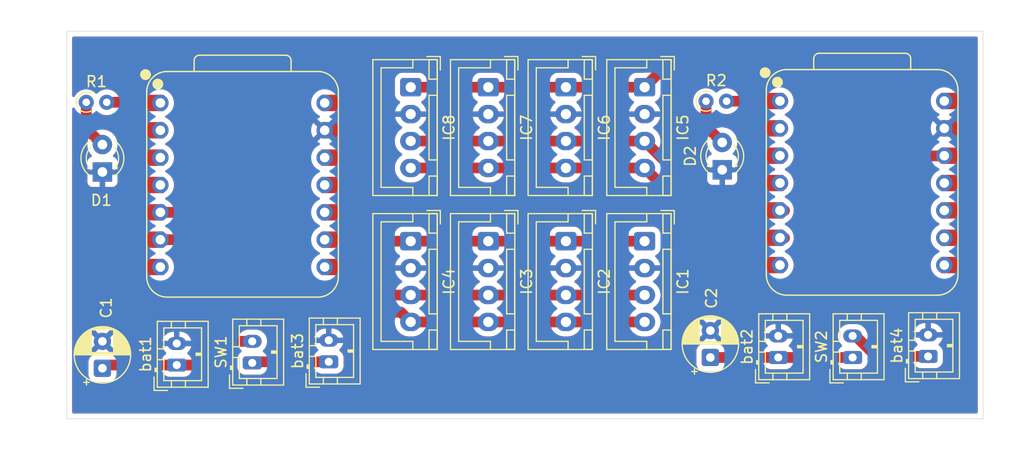
<source format=kicad_pcb>
(kicad_pcb (version 20241229) (generator "pcbnew") (generator_version "9.0")
  (layers (0 "F.Cu" signal "Front") (4 "In1.Cu" signal) (6 "In2.Cu" signal) (2 "B.Cu" signal "Back") (13 "F.Paste" user) (15 "B.Paste" user) (5 "F.SilkS" user) (7 "B.SilkS" user) (1 "F.Mask" user) (3 "B.Mask" user) (25 "Edge.Cuts" user))
  (net 0 "")
  (net 1 "GND")
  (net 2 "+3V8")
  (net 3 "+3V8_2")
  (net 4 "Net-(D1-A)")
  (net 5 "Net-(D2-A)")
  (net 6 "Net-(IC1-CLK)")
  (net 7 "Net-(IC1-SDA)")
  (net 8 "Net-(IC5-CLK)")
  (net 9 "Net-(U1-PA02_A0_D0)")
  (net 10 "Net-(U2-PA02_A0_D0)")
  (net 29 "Net-(SW1A-A)")
  (net 30 "Net-(SW2A-B)")
  (net 31 "Net-(IC1-V)")
  (net 32 "Net-(IC5-V)")
  (net 33 "Net-(IC5-SDA)")
  (footprint "xiao-th:XIAO-ESP32C3-DIP" (layer "F.Cu") (at 72.62 123.18)
    (property "Reference" "U1" (hide yes))
    (property "Value" "MOUDLE-SEEEDUINO-XIAO-ESP32C3")
    (pad "1" smd roundrect (at -8.575 -7.62 180) (size 2.432 1.524) (layers "F.Cu" "F.Mask") (roundrect_rratio 0.1) (net 9 "Net-(U1-PA02_A0_D0)"))
    (pad "1" thru_hole circle (at -7.74 -7.62 180) (size 1.524 1.524) (drill 0.889) (layers "*.Cu" "*.Mask") (net 9 "Net-(U1-PA02_A0_D0)"))
    (pad "2" smd roundrect (at -8.575 -5.08 180) (size 2.432 1.524) (layers "F.Cu" "F.Mask") (roundrect_rratio 0.1))
    (pad "2" thru_hole circle (at -7.74 -5.08 180) (size 1.524 1.524) (drill 0.889) (layers "*.Cu" "*.Mask"))
    (pad "3" smd roundrect (at -8.575 -2.54 180) (size 2.432 1.524) (layers "F.Cu" "F.Mask") (roundrect_rratio 0.1))
    (pad "3" thru_hole circle (at -7.74 -2.54 180) (size 1.524 1.524) (drill 0.889) (layers "*.Cu" "*.Mask"))
    (pad "4" smd roundrect (at -8.575 0 180) (size 2.432 1.524) (layers "F.Cu" "F.Mask") (roundrect_rratio 0.1))
    (pad "4" thru_hole circle (at -7.74 0 180) (size 1.524 1.524) (drill 0.889) (layers "*.Cu" "*.Mask"))
    (pad "5" smd roundrect (at -8.575 2.54 180) (size 2.432 1.524) (layers "F.Cu" "F.Mask") (roundrect_rratio 0.1) (net 7 "Net-(IC1-SDA)"))
    (pad "5" thru_hole circle (at -7.74 2.54 180) (size 1.524 1.524) (drill 0.889) (layers "*.Cu" "*.Mask") (net 7 "Net-(IC1-SDA)"))
    (pad "6" smd roundrect (at -8.575 5.08 180) (size 2.432 1.524) (layers "F.Cu" "F.Mask") (roundrect_rratio 0.1) (net 6 "Net-(IC1-CLK)"))
    (pad "6" thru_hole circle (at -7.74 5.08 180) (size 1.524 1.524) (drill 0.889) (layers "*.Cu" "*.Mask") (net 6 "Net-(IC1-CLK)"))
    (pad "7" smd roundrect (at -8.575 7.62 180) (size 2.432 1.524) (layers "F.Cu" "F.Mask") (roundrect_rratio 0.1))
    (pad "7" thru_hole circle (at -7.74 7.62 180) (size 1.524 1.524) (drill 0.889) (layers "*.Cu" "*.Mask"))
    (pad "8" thru_hole circle (at 7.5 7.62) (size 1.524 1.524) (drill 0.889) (layers "*.Cu" "*.Mask"))
    (pad "8" smd roundrect (at 8.335 7.62) (size 2.432 1.524) (layers "F.Cu" "F.Mask") (roundrect_rratio 0.1))
    (pad "9" thru_hole circle (at 7.5 5.08) (size 1.524 1.524) (drill 0.889) (layers "*.Cu" "*.Mask"))
    (pad "9" smd roundrect (at 8.335 5.08) (size 2.432 1.524) (layers "F.Cu" "F.Mask") (roundrect_rratio 0.1))
    (pad "10" thru_hole circle (at 7.5 2.54) (size 1.524 1.524) (drill 0.889) (layers "*.Cu" "*.Mask"))
    (pad "10" smd roundrect (at 8.335 2.54) (size 2.432 1.524) (layers "F.Cu" "F.Mask") (roundrect_rratio 0.1))
    (pad "11" thru_hole circle (at 7.5 0) (size 1.524 1.524) (drill 0.889) (layers "*.Cu" "*.Mask"))
    (pad "11" smd roundrect (at 8.335 0) (size 2.432 1.524) (layers "F.Cu" "F.Mask") (roundrect_rratio 0.1))
    (pad "12" thru_hole circle (at 7.5 -2.54) (size 1.524 1.524) (drill 0.889) (layers "*.Cu" "*.Mask") (net 31 "Net-(IC1-V)"))
    (pad "12" smd roundrect (at 8.335 -2.54) (size 2.432 1.524) (layers "F.Cu" "F.Mask") (roundrect_rratio 0.1) (net 31 "Net-(IC1-V)"))
    (pad "13" thru_hole circle (at 7.5 -5.08) (size 1.524 1.524) (drill 0.889) (layers "*.Cu" "*.Mask") (net 1 "GND"))
    (pad "13" smd roundrect (at 8.335 -5.08) (size 2.432 1.524) (layers "F.Cu" "F.Mask") (roundrect_rratio 0.1) (net 1 "GND"))
    (pad "14" thru_hole circle (at 7.5 -7.62) (size 1.524 1.524) (drill 0.889) (layers "*.Cu" "*.Mask"))
    (pad "14" smd roundrect (at 8.335 -7.62) (size 2.432 1.524) (layers "F.Cu" "F.Mask") (roundrect_rratio 0.1))
  )
  (footprint "Capacitor_THT:CP_Radial_D5.0mm_P2.50mm" (layer "F.Cu") (at 115.9 139.2 90)
    (property "Reference" "C2" (at 5.5 0.1 90) (layer "F.SilkS"))
    (property "Value" "100nC")
    (pad "1" thru_hole roundrect (at 0 0 90) (size 1.6 1.6) (drill 0.8) (layers "*.Cu" "*.Mask") (roundrect_rratio 0.15625) (net 3 "+3V8_2"))
    (pad "2" thru_hole circle (at 2.5 0 90) (size 1.6 1.6) (drill 0.8) (layers "*.Cu" "*.Mask") (net 1 "GND"))
  )
  (footprint "Connector_JST:JST_PH_B2B-PH-K_1x02_P2.00mm_Vertical" (layer "F.Cu") (at 122.2 139.2 90)
    (property "Reference" "bat2" (at 1 -2.9 90) (layer "F.SilkS"))
    (property "Value" "~")
    (pad "1" thru_hole roundrect (at 0 0 90) (size 1.2 1.75) (drill 0.75) (layers "*.Cu" "*.Mask") (roundrect_rratio 0.208333) (net 3 "+3V8_2"))
    (pad "2" thru_hole oval (at 2 0 90) (size 1.2 1.75) (drill 0.75) (layers "*.Cu" "*.Mask") (net 1 "GND"))
  )
  (footprint "Connector_JST:JST_XH_B4B-XH-A_1x04_P2.50mm_Vertical" (layer "F.Cu") (at 102.5 128.4 -90)
    (property "Reference" "IC2" (at 3.75 -3.55 90) (layer "F.SilkS"))
    (property "Value" "MLX90393")
    (pad "1" thru_hole roundrect (at 0 0 270) (size 1.7 1.95) (drill 0.95) (layers "*.Cu" "*.Mask") (roundrect_rratio 0.147059) (net 31 "Net-(IC1-V)"))
    (pad "2" thru_hole oval (at 2.5 0 270) (size 1.7 1.95) (drill 0.95) (layers "*.Cu" "*.Mask") (net 1 "GND"))
    (pad "3" thru_hole oval (at 5 0 270) (size 1.7 1.95) (drill 0.95) (layers "*.Cu" "*.Mask") (net 7 "Net-(IC1-SDA)"))
    (pad "4" thru_hole oval (at 7.5 0 270) (size 1.7 1.95) (drill 0.95) (layers "*.Cu" "*.Mask") (net 6 "Net-(IC1-CLK)"))
  )
  (footprint "Connector_JST:JST_PH_B2B-PH-K_1x02_P2.00mm_Vertical" (layer "F.Cu") (at 73.4 139.7 90)
    (property "Reference" "SW1" (at 1 -2.9 90) (layer "F.SilkS"))
    (property "Value" "SW_DPST_x2")
    (pad "1" thru_hole roundrect (at 0 0 90) (size 1.2 1.75) (drill 0.75) (layers "*.Cu" "*.Mask") (roundrect_rratio 0.208333) (net 29 "Net-(SW1A-A)"))
    (pad "2" thru_hole oval (at 2 0 90) (size 1.2 1.75) (drill 0.75) (layers "*.Cu" "*.Mask") (net 2 "+3V8"))
  )
  (footprint "Connector_JST:JST_XH_B4B-XH-A_1x04_P2.50mm_Vertical" (layer "F.Cu") (at 95.3 128.4 -90)
    (property "Reference" "IC3" (at 3.75 -3.55 90) (layer "F.SilkS"))
    (property "Value" "MLX90393")
    (pad "1" thru_hole roundrect (at 0 0 270) (size 1.7 1.95) (drill 0.95) (layers "*.Cu" "*.Mask") (roundrect_rratio 0.147059) (net 31 "Net-(IC1-V)"))
    (pad "2" thru_hole oval (at 2.5 0 270) (size 1.7 1.95) (drill 0.95) (layers "*.Cu" "*.Mask") (net 1 "GND"))
    (pad "3" thru_hole oval (at 5 0 270) (size 1.7 1.95) (drill 0.95) (layers "*.Cu" "*.Mask") (net 7 "Net-(IC1-SDA)"))
    (pad "4" thru_hole oval (at 7.5 0 270) (size 1.7 1.95) (drill 0.95) (layers "*.Cu" "*.Mask") (net 6 "Net-(IC1-CLK)"))
  )
  (footprint "Connector_JST:JST_XH_B4B-XH-A_1x04_P2.50mm_Vertical" (layer "F.Cu") (at 109.8 128.4 -90)
    (property "Reference" "IC1" (at 3.75 -3.55 90) (layer "F.SilkS"))
    (property "Value" "MLX90393")
    (pad "1" thru_hole roundrect (at 0 0 270) (size 1.7 1.95) (drill 0.95) (layers "*.Cu" "*.Mask") (roundrect_rratio 0.147059) (net 31 "Net-(IC1-V)"))
    (pad "2" thru_hole oval (at 2.5 0 270) (size 1.7 1.95) (drill 0.95) (layers "*.Cu" "*.Mask") (net 1 "GND"))
    (pad "3" thru_hole oval (at 5 0 270) (size 1.7 1.95) (drill 0.95) (layers "*.Cu" "*.Mask") (net 7 "Net-(IC1-SDA)"))
    (pad "4" thru_hole oval (at 7.5 0 270) (size 1.7 1.95) (drill 0.95) (layers "*.Cu" "*.Mask") (net 6 "Net-(IC1-CLK)"))
  )
  (footprint "Connector_JST:JST_XH_B4B-XH-A_1x04_P2.50mm_Vertical" (layer "F.Cu") (at 95.3 114.1 -90)
    (property "Reference" "IC7" (at 3.75 -3.55 90) (layer "F.SilkS"))
    (property "Value" "MLX90393")
    (pad "1" thru_hole roundrect (at 0 0 270) (size 1.7 1.95) (drill 0.95) (layers "*.Cu" "*.Mask") (roundrect_rratio 0.147059) (net 32 "Net-(IC5-V)"))
    (pad "2" thru_hole oval (at 2.5 0 270) (size 1.7 1.95) (drill 0.95) (layers "*.Cu" "*.Mask") (net 1 "GND"))
    (pad "3" thru_hole oval (at 5 0 270) (size 1.7 1.95) (drill 0.95) (layers "*.Cu" "*.Mask") (net 33 "Net-(IC5-SDA)"))
    (pad "4" thru_hole oval (at 7.5 0 270) (size 1.7 1.95) (drill 0.95) (layers "*.Cu" "*.Mask") (net 8 "Net-(IC5-CLK)"))
  )
  (footprint "Connector_JST:JST_XH_B4B-XH-A_1x04_P2.50mm_Vertical" (layer "F.Cu") (at 88.1 128.4 -90)
    (property "Reference" "IC4" (at 3.75 -3.55 90) (layer "F.SilkS"))
    (property "Value" "MLX90393")
    (pad "1" thru_hole roundrect (at 0 0 270) (size 1.7 1.95) (drill 0.95) (layers "*.Cu" "*.Mask") (roundrect_rratio 0.147059) (net 31 "Net-(IC1-V)"))
    (pad "2" thru_hole oval (at 2.5 0 270) (size 1.7 1.95) (drill 0.95) (layers "*.Cu" "*.Mask") (net 1 "GND"))
    (pad "3" thru_hole oval (at 5 0 270) (size 1.7 1.95) (drill 0.95) (layers "*.Cu" "*.Mask") (net 7 "Net-(IC1-SDA)"))
    (pad "4" thru_hole oval (at 7.5 0 270) (size 1.7 1.95) (drill 0.95) (layers "*.Cu" "*.Mask") (net 6 "Net-(IC1-CLK)"))
  )
  (footprint "Connector_JST:JST_XH_B4B-XH-A_1x04_P2.50mm_Vertical" (layer "F.Cu") (at 102.5 114.1 -90)
    (property "Reference" "IC6" (at 3.75 -3.55 90) (layer "F.SilkS"))
    (property "Value" "MLX90393")
    (pad "1" thru_hole roundrect (at 0 0 270) (size 1.7 1.95) (drill 0.95) (layers "*.Cu" "*.Mask") (roundrect_rratio 0.147059) (net 32 "Net-(IC5-V)"))
    (pad "2" thru_hole oval (at 2.5 0 270) (size 1.7 1.95) (drill 0.95) (layers "*.Cu" "*.Mask") (net 1 "GND"))
    (pad "3" thru_hole oval (at 5 0 270) (size 1.7 1.95) (drill 0.95) (layers "*.Cu" "*.Mask") (net 33 "Net-(IC5-SDA)"))
    (pad "4" thru_hole oval (at 7.5 0 270) (size 1.7 1.95) (drill 0.95) (layers "*.Cu" "*.Mask") (net 8 "Net-(IC5-CLK)"))
  )
  (footprint "Connector_JST:JST_PH_B2B-PH-K_1x02_P2.00mm_Vertical" (layer "F.Cu") (at 129.1 139.2 90)
    (property "Reference" "SW2" (at 1 -2.9 90) (layer "F.SilkS"))
    (property "Value" "SW_DPST_x2")
    (pad "1" thru_hole roundrect (at 0 0 90) (size 1.2 1.75) (drill 0.75) (layers "*.Cu" "*.Mask") (roundrect_rratio 0.208333) (net 3 "+3V8_2"))
    (pad "2" thru_hole oval (at 2 0 90) (size 1.2 1.75) (drill 0.75) (layers "*.Cu" "*.Mask") (net 30 "Net-(SW2A-B)"))
  )
  (footprint "Resistor_THT:R_Axial_DIN0204_L3.6mm_D1.6mm_P1.90mm_Vertical" (layer "F.Cu") (at 115.5 115.4)
    (property "Reference" "R2" (at 0.95 -1.92 0) (layer "F.SilkS"))
    (property "Value" "100R")
    (pad "1" thru_hole circle (at 0 0) (size 1.4 1.4) (drill 0.7) (layers "*.Cu" "*.Mask") (net 5 "Net-(D2-A)"))
    (pad "2" thru_hole circle (at 1.9 0) (size 1.4 1.4) (drill 0.7) (layers "*.Cu" "*.Mask") (net 10 "Net-(U2-PA02_A0_D0)"))
  )
  (footprint "Connector_JST:JST_PH_B2B-PH-K_1x02_P2.00mm_Vertical" (layer "F.Cu") (at 136.1 139.1 90)
    (property "Reference" "bat4" (at 1 -2.9 90) (layer "F.SilkS"))
    (property "Value" "~")
    (pad "1" thru_hole roundrect (at 0 0 90) (size 1.2 1.75) (drill 0.75) (layers "*.Cu" "*.Mask") (roundrect_rratio 0.208333) (net 30 "Net-(SW2A-B)"))
    (pad "2" thru_hole oval (at 2 0 90) (size 1.2 1.75) (drill 0.75) (layers "*.Cu" "*.Mask") (net 1 "GND"))
  )
  (footprint "Connector_JST:JST_PH_B2B-PH-K_1x02_P2.00mm_Vertical" (layer "F.Cu") (at 80.5 139.6 90)
    (property "Reference" "bat3" (at 1 -2.9 90) (layer "F.SilkS"))
    (property "Value" "~")
    (pad "1" thru_hole roundrect (at 0 0 90) (size 1.2 1.75) (drill 0.75) (layers "*.Cu" "*.Mask") (roundrect_rratio 0.208333) (net 29 "Net-(SW1A-A)"))
    (pad "2" thru_hole oval (at 2 0 90) (size 1.2 1.75) (drill 0.75) (layers "*.Cu" "*.Mask") (net 1 "GND"))
  )
  (footprint "LED_THT:LED_D3.0mm" (layer "F.Cu") (at 59.5 121.97 90)
    (property "Reference" "D1" (at -2.63 -0.1 180) (layer "F.SilkS"))
    (property "Value" "LED")
    (pad "1" thru_hole rect (at 0 0 90) (size 1.8 1.8) (drill 0.9) (layers "*.Cu" "*.Mask") (net 1 "GND"))
    (pad "2" thru_hole circle (at 2.54 0 90) (size 1.8 1.8) (drill 0.9) (layers "*.Cu" "*.Mask") (net 4 "Net-(D1-A)"))
  )
  (footprint "Connector_JST:JST_XH_B4B-XH-A_1x04_P2.50mm_Vertical" (layer "F.Cu") (at 88.1 114.1 -90)
    (property "Reference" "IC8" (at 3.75 -3.55 90) (layer "F.SilkS"))
    (property "Value" "MLX90393")
    (pad "1" thru_hole roundrect (at 0 0 270) (size 1.7 1.95) (drill 0.95) (layers "*.Cu" "*.Mask") (roundrect_rratio 0.147059) (net 32 "Net-(IC5-V)"))
    (pad "2" thru_hole oval (at 2.5 0 270) (size 1.7 1.95) (drill 0.95) (layers "*.Cu" "*.Mask") (net 1 "GND"))
    (pad "3" thru_hole oval (at 5 0 270) (size 1.7 1.95) (drill 0.95) (layers "*.Cu" "*.Mask") (net 33 "Net-(IC5-SDA)"))
    (pad "4" thru_hole oval (at 7.5 0 270) (size 1.7 1.95) (drill 0.95) (layers "*.Cu" "*.Mask") (net 8 "Net-(IC5-CLK)"))
  )
  (footprint "Connector_JST:JST_PH_B2B-PH-K_1x02_P2.00mm_Vertical" (layer "F.Cu") (at 66.4 139.9 90)
    (property "Reference" "bat1" (at 1 -2.9 90) (layer "F.SilkS"))
    (property "Value" "~" (hide yes))
    (pad "1" thru_hole roundrect (at 0 0 90) (size 1.2 1.75) (drill 0.75) (layers "*.Cu" "*.Mask") (roundrect_rratio 0.208333) (net 2 "+3V8"))
    (pad "2" thru_hole oval (at 2 0 90) (size 1.2 1.75) (drill 0.75) (layers "*.Cu" "*.Mask") (net 1 "GND"))
  )
  (footprint "xiao-th:XIAO-ESP32C3-DIP" (layer "F.Cu") (at 130.1 123)
    (property "Reference" "U2" (hide yes))
    (property "Value" "MOUDLE-SEEEDUINO-XIAO-ESP32C3")
    (pad "1" smd roundrect (at -8.575 -7.62 180) (size 2.432 1.524) (layers "F.Cu" "F.Mask") (roundrect_rratio 0.1) (net 10 "Net-(U2-PA02_A0_D0)"))
    (pad "1" thru_hole circle (at -7.74 -7.62 180) (size 1.524 1.524) (drill 0.889) (layers "*.Cu" "*.Mask") (net 10 "Net-(U2-PA02_A0_D0)"))
    (pad "2" smd roundrect (at -8.575 -5.08 180) (size 2.432 1.524) (layers "F.Cu" "F.Mask") (roundrect_rratio 0.1))
    (pad "2" thru_hole circle (at -7.74 -5.08 180) (size 1.524 1.524) (drill 0.889) (layers "*.Cu" "*.Mask"))
    (pad "3" smd roundrect (at -8.575 -2.54 180) (size 2.432 1.524) (layers "F.Cu" "F.Mask") (roundrect_rratio 0.1))
    (pad "3" thru_hole circle (at -7.74 -2.54 180) (size 1.524 1.524) (drill 0.889) (layers "*.Cu" "*.Mask"))
    (pad "4" smd roundrect (at -8.575 0 180) (size 2.432 1.524) (layers "F.Cu" "F.Mask") (roundrect_rratio 0.1))
    (pad "4" thru_hole circle (at -7.74 0 180) (size 1.524 1.524) (drill 0.889) (layers "*.Cu" "*.Mask"))
    (pad "5" smd roundrect (at -8.575 2.54 180) (size 2.432 1.524) (layers "F.Cu" "F.Mask") (roundrect_rratio 0.1) (net 33 "Net-(IC5-SDA)"))
    (pad "5" thru_hole circle (at -7.74 2.54 180) (size 1.524 1.524) (drill 0.889) (layers "*.Cu" "*.Mask") (net 33 "Net-(IC5-SDA)"))
    (pad "6" smd roundrect (at -8.575 5.08 180) (size 2.432 1.524) (layers "F.Cu" "F.Mask") (roundrect_rratio 0.1) (net 8 "Net-(IC5-CLK)"))
    (pad "6" thru_hole circle (at -7.74 5.08 180) (size 1.524 1.524) (drill 0.889) (layers "*.Cu" "*.Mask") (net 8 "Net-(IC5-CLK)"))
    (pad "7" smd roundrect (at -8.575 7.62 180) (size 2.432 1.524) (layers "F.Cu" "F.Mask") (roundrect_rratio 0.1))
    (pad "7" thru_hole circle (at -7.74 7.62 180) (size 1.524 1.524) (drill 0.889) (layers "*.Cu" "*.Mask"))
    (pad "8" thru_hole circle (at 7.5 7.62) (size 1.524 1.524) (drill 0.889) (layers "*.Cu" "*.Mask"))
    (pad "8" smd roundrect (at 8.335 7.62) (size 2.432 1.524) (layers "F.Cu" "F.Mask") (roundrect_rratio 0.1))
    (pad "9" thru_hole circle (at 7.5 5.08) (size 1.524 1.524) (drill 0.889) (layers "*.Cu" "*.Mask"))
    (pad "9" smd roundrect (at 8.335 5.08) (size 2.432 1.524) (layers "F.Cu" "F.Mask") (roundrect_rratio 0.1))
    (pad "10" thru_hole circle (at 7.5 2.54) (size 1.524 1.524) (drill 0.889) (layers "*.Cu" "*.Mask"))
    (pad "10" smd roundrect (at 8.335 2.54) (size 2.432 1.524) (layers "F.Cu" "F.Mask") (roundrect_rratio 0.1))
    (pad "11" thru_hole circle (at 7.5 0) (size 1.524 1.524) (drill 0.889) (layers "*.Cu" "*.Mask"))
    (pad "11" smd roundrect (at 8.335 0) (size 2.432 1.524) (layers "F.Cu" "F.Mask") (roundrect_rratio 0.1))
    (pad "12" thru_hole circle (at 7.5 -2.54) (size 1.524 1.524) (drill 0.889) (layers "*.Cu" "*.Mask") (net 32 "Net-(IC5-V)"))
    (pad "12" smd roundrect (at 8.335 -2.54) (size 2.432 1.524) (layers "F.Cu" "F.Mask") (roundrect_rratio 0.1) (net 32 "Net-(IC5-V)"))
    (pad "13" thru_hole circle (at 7.5 -5.08) (size 1.524 1.524) (drill 0.889) (layers "*.Cu" "*.Mask") (net 1 "GND"))
    (pad "13" smd roundrect (at 8.335 -5.08) (size 2.432 1.524) (layers "F.Cu" "F.Mask") (roundrect_rratio 0.1) (net 1 "GND"))
    (pad "14" thru_hole circle (at 7.5 -7.62) (size 1.524 1.524) (drill 0.889) (layers "*.Cu" "*.Mask"))
    (pad "14" smd roundrect (at 8.335 -7.62) (size 2.432 1.524) (layers "F.Cu" "F.Mask") (roundrect_rratio 0.1))
  )
  (footprint "Resistor_THT:R_Axial_DIN0204_L3.6mm_D1.6mm_P1.90mm_Vertical" (layer "F.Cu") (at 58 115.5)
    (property "Reference" "R1" (at 0.95 -1.92 0) (layer "F.SilkS"))
    (property "Value" "100R")
    (pad "1" thru_hole circle (at 0 0) (size 1.4 1.4) (drill 0.7) (layers "*.Cu" "*.Mask") (net 4 "Net-(D1-A)"))
    (pad "2" thru_hole circle (at 1.9 0) (size 1.4 1.4) (drill 0.7) (layers "*.Cu" "*.Mask") (net 9 "Net-(U1-PA02_A0_D0)"))
  )
  (footprint "LED_THT:LED_D3.0mm" (layer "F.Cu") (at 117 121.77 90)
    (property "Reference" "D2" (at 1.27 -2.96 90) (layer "F.SilkS"))
    (property "Value" "LED")
    (pad "1" thru_hole rect (at 0 0 90) (size 1.8 1.8) (drill 0.9) (layers "*.Cu" "*.Mask") (net 1 "GND"))
    (pad "2" thru_hole circle (at 2.54 0 90) (size 1.8 1.8) (drill 0.9) (layers "*.Cu" "*.Mask") (net 5 "Net-(D2-A)"))
  )
  (footprint "Capacitor_THT:CP_Radial_D5.0mm_P2.50mm" (layer "F.Cu") (at 59.5 140.2 90)
    (property "Reference" "C1" (at 5.605113 0.35 90) (layer "F.SilkS"))
    (property "Value" "100nC")
    (pad "1" thru_hole roundrect (at 0 0 90) (size 1.6 1.6) (drill 0.8) (layers "*.Cu" "*.Mask") (roundrect_rratio 0.15625) (net 2 "+3V8"))
    (pad "2" thru_hole circle (at 2.5 0 90) (size 1.6 1.6) (drill 0.8) (layers "*.Cu" "*.Mask") (net 1 "GND"))
  )
  (footprint "Connector_JST:JST_XH_B4B-XH-A_1x04_P2.50mm_Vertical" (layer "F.Cu") (at 109.8 114.1 -90)
    (property "Reference" "IC5" (at 3.75 -3.55 90) (layer "F.SilkS"))
    (property "Value" "MLX90393")
    (pad "1" thru_hole roundrect (at 0 0 270) (size 1.7 1.95) (drill 0.95) (layers "*.Cu" "*.Mask") (roundrect_rratio 0.147059) (net 32 "Net-(IC5-V)"))
    (pad "2" thru_hole oval (at 2.5 0 270) (size 1.7 1.95) (drill 0.95) (layers "*.Cu" "*.Mask") (net 1 "GND"))
    (pad "3" thru_hole oval (at 5 0 270) (size 1.7 1.95) (drill 0.95) (layers "*.Cu" "*.Mask") (net 33 "Net-(IC5-SDA)"))
    (pad "4" thru_hole oval (at 7.5 0 270) (size 1.7 1.95) (drill 0.95) (layers "*.Cu" "*.Mask") (net 8 "Net-(IC5-CLK)"))
  )
  (gr_rect (start 56.2 108.9) (end 141.2 144.9) (stroke (width 0.05)) (fill no) (layer "Edge.Cuts"))
  (segment (start 59.8 139.9) (end 59.5 140.2) (width 1) (layer "F.Cu") (net 2))
  (segment (start 73.4 137.7) (end 71 137.7) (width 1) (layer "F.Cu") (net 2))
  (segment (start 66.4 139.9) (end 59.8 139.9) (width 1) (layer "F.Cu") (net 2))
  (segment (start 71 137.7) (end 68.8 139.9) (width 1) (layer "F.Cu") (net 2))
  (segment (start 68.8 139.9) (end 66.4 139.9) (width 1) (layer "F.Cu") (net 2))
  (segment (start 129.1 139.2) (end 122.2 139.2) (width 1) (layer "F.Cu") (net 3))
  (segment (start 122.2 139.2) (end 115.9 139.2) (width 1) (layer "F.Cu") (net 3))
  (segment (start 58 115.5) (end 58 117.93) (width 1) (layer "F.Cu") (net 4))
  (segment (start 58 117.93) (end 59.5 119.43) (width 1) (layer "F.Cu") (net 4))
  (segment (start 115.5 115.4) (end 115.5 117.73) (width 1) (layer "F.Cu") (net 5))
  (segment (start 115.5 117.73) (end 117 119.23) (width 1) (layer "F.Cu") (net 5))
  (segment (start 95.3 135.9) (end 102.5 135.9) (width 1) (layer "F.Cu") (net 6))
  (segment (start 88.1 135.9) (end 95.3 135.9) (width 1) (layer "F.Cu") (net 6))
  (segment (start 64.88 128.26) (end 71.06 128.26) (width 1) (layer "F.Cu") (net 6))
  (segment (start 87.2 135) (end 88.1 135.9) (width 1) (layer "F.Cu") (net 6))
  (segment (start 102.5 135.9) (end 109.8 135.9) (width 1) (layer "F.Cu") (net 6))
  (segment (start 77.8 135) (end 87.2 135) (width 1) (layer "F.Cu") (net 6))
  (segment (start 71.06 128.26) (end 77.8 135) (width 1) (layer "F.Cu") (net 6))
  (segment (start 102.5 133.4) (end 109.8 133.4) (width 1) (layer "F.Cu") (net 7))
  (segment (start 95.3 133.4) (end 102.5 133.4) (width 1) (layer "F.Cu") (net 7))
  (segment (start 64.88 125.72) (end 70.62 125.72) (width 1) (layer "F.Cu") (net 7))
  (segment (start 88 133.3) (end 88.1 133.4) (width 1) (layer "F.Cu") (net 7))
  (segment (start 70.62 125.72) (end 78.3 133.4) (width 1) (layer "F.Cu") (net 7))
  (segment (start 78.3 133.4) (end 88.1 133.4) (width 1) (layer "F.Cu") (net 7))
  (segment (start 88.1 133.4) (end 95.3 133.4) (width 1) (layer "F.Cu") (net 7))
  (segment (start 109.8 121.6) (end 102.5 121.6) (width 1) (layer "F.Cu") (net 8))
  (segment (start 116.2985 128.0985) (end 122.78 128.0985) (width 1) (layer "F.Cu") (net 8))
  (segment (start 95.3 121.6) (end 102.5 121.6) (width 1) (layer "F.Cu") (net 8))
  (segment (start 109.8 121.6) (end 116.2985 128.0985) (width 1) (layer "F.Cu") (net 8))
  (segment (start 88.1 121.6) (end 95.3 121.6) (width 1) (layer "F.Cu") (net 8))
  (segment (start 59.9015 115.4985) (end 59.9 115.5) (width 1) (layer "F.Cu") (net 9))
  (segment (start 64.28 115.4985) (end 59.9015 115.4985) (width 1) (layer "F.Cu") (net 9))
  (segment (start 122.16 115.3985) (end 117.4015 115.3985) (width 1) (layer "F.Cu") (net 10))
  (segment (start 117.4015 115.3985) (end 117.4 115.4) (width 1) (layer "F.Cu") (net 10))
  (segment (start 80.5 139.6) (end 73.5 139.6) (width 1) (layer "F.Cu") (net 29))
  (segment (start 73.5 139.6) (end 73.4 139.7) (width 1) (layer "F.Cu") (net 29))
  (segment (start 131.275 139.1) (end 129.375 137.2) (width 1) (layer "F.Cu") (net 30))
  (segment (start 136.1 139.1) (end 131.275 139.1) (width 1) (layer "F.Cu") (net 30))
  (segment (start 129.375 137.2) (end 129.1 137.2) (width 1) (layer "F.Cu") (net 30))
  (segment (start 102.5 128.4) (end 109.8 128.4) (width 1) (layer "F.Cu") (net 31))
  (segment (start 84.8 128.4) (end 88.1 128.4) (width 1) (layer "F.Cu") (net 31))
  (segment (start 84.7 122.1) (end 84.7 128.3) (width 1) (layer "F.Cu") (net 31))
  (segment (start 95.3 128.4) (end 102.5 128.4) (width 1) (layer "F.Cu") (net 31))
  (segment (start 88.1 128.4) (end 95.3 128.4) (width 1) (layer "F.Cu") (net 31))
  (segment (start 84.7 128.3) (end 84.8 128.4) (width 1) (layer "F.Cu") (net 31))
  (segment (start 80.12 120.64) (end 83.16 120.64) (width 1) (layer "F.Cu") (net 31))
  (segment (start 83.16 120.64) (end 83.2 120.6) (width 1) (layer "F.Cu") (net 31))
  (segment (start 83.2 120.6) (end 84.7 122.1) (width 1) (layer "F.Cu") (net 31))
  (segment (start 129.6 119.1) (end 129.6 117.9) (width 1) (layer "F.Cu") (net 32))
  (segment (start 123.9 112.2) (end 111.7 112.2) (width 1) (layer "F.Cu") (net 32))
  (segment (start 129.6 117.9) (end 123.9 112.2) (width 1) (layer "F.Cu") (net 32))
  (segment (start 88.1 114.1) (end 95.3 114.1) (width 1) (layer "F.Cu") (net 32))
  (segment (start 95.3 114.1) (end 102.5 114.1) (width 1) (layer "F.Cu") (net 32))
  (segment (start 130.9785 120.4785) (end 129.6 119.1) (width 1) (layer "F.Cu") (net 32))
  (segment (start 138.02 120.4785) (end 130.9785 120.4785) (width 1) (layer "F.Cu") (net 32))
  (segment (start 111.7 112.2) (end 109.8 114.1) (width 1) (layer "F.Cu") (net 32))
  (segment (start 102.5 114.1) (end 109.8 114.1) (width 1) (layer "F.Cu") (net 32))
  (segment (start 109.8 119.1) (end 116.2585 125.5585) (width 1) (layer "F.Cu") (net 33))
  (segment (start 95.3 119.1) (end 102.5 119.1) (width 1) (layer "F.Cu") (net 33))
  (segment (start 88.1 119.1) (end 95.3 119.1) (width 1) (layer "F.Cu") (net 33))
  (segment (start 102.5 119.1) (end 109.8 119.1) (width 1) (layer "F.Cu") (net 33))
  (segment (start 116.2585 125.5585) (end 122.78 125.5585) (width 1) (layer "F.Cu") (net 33))
  (zone (net 1) (net_name "GND") (layers "F.Cu" "B.Cu") (connect_pads (clearance 0.5)) (min_thickness 0.25) (fill yes (thermal_gap 0.5) (thermal_bridge_width 0.5))
    (polygon (pts (xy 145 149) (xy 50 149) (xy 50 106) (xy 145 107)))
  )
)
</source>
